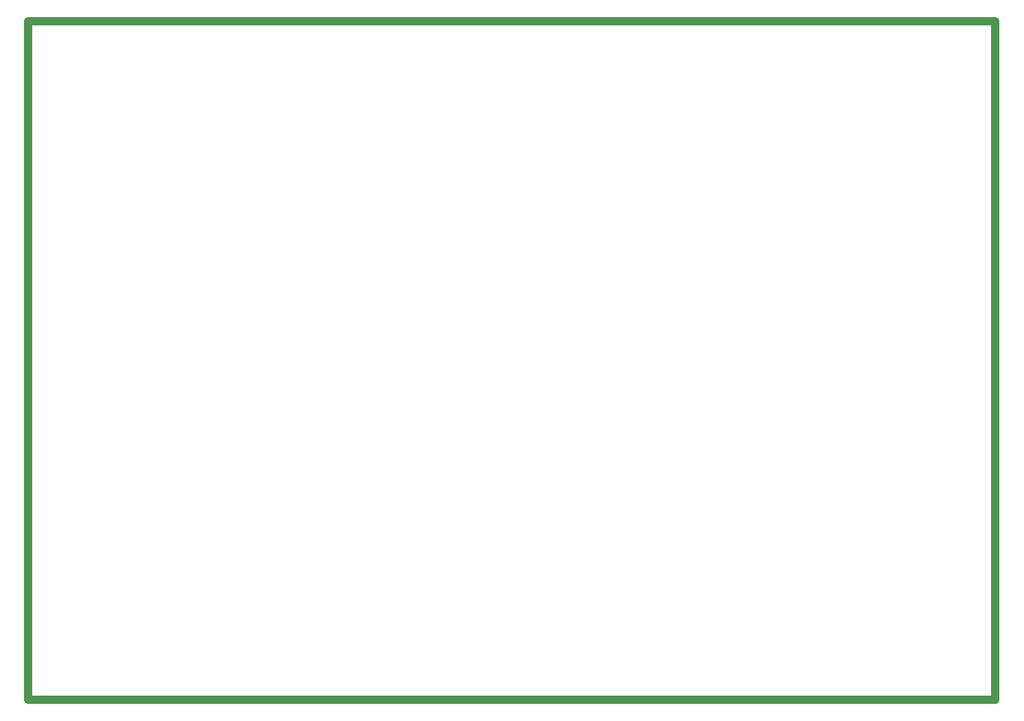
<source format=gko>
G04*
G04  File:            8048_BOARD.GKO, Tue Feb 07 20:34:03 2017*
G04  Source:          P-CAD 2006 PCB, Version 19.02.958*
G04  Format:          Gerber Format (RS-274-D), ASCII*
G04*
G04  Format Options:  Absolute Positioning*
G04                   Leading-Zero Suppression*
G04                   Scale Factor 1:1*
G04                   NO Circular Interpolation*
G04                   Millimeter Units*
G04                   Numeric Format: 4.4 (XXXX.XXXX)*
G04                   G54 NOT Used for Aperture Change*
G04                   Apertures Embedded*
G04*
G04  File Options:    Offset = (0.000mm,0.000mm)*
G04                   Drill Symbol Size = 2.032mm*
G04                   No Pad/Via Holes*
G04*
G04  File Contents:   Pads*
G04                   Vias*
G04                   No Designators*
G04                   No Types*
G04                   No Values*
G04                   No Drill Symbols*
G04                   Board*
G04*
%IN8048_BOARD.GKO*%
%ICAS*%
%MOMM*%
G04*
G04  Aperture MACROs for general use --- invoked via D-code assignment *
G04*
G04  General MACRO for flashed round with rotation and/or offset hole *
%AMROTOFFROUND*
1,1,$1,0.0000,0.0000*
1,0,$2,$3,$4*%
G04*
G04  General MACRO for flashed oval (obround) with rotation and/or offset hole *
%AMROTOFFOVAL*
21,1,$1,$2,0.0000,0.0000,$3*
1,1,$4,$5,$6*
1,1,$4,0-$5,0-$6*
1,0,$7,$8,$9*%
G04*
G04  General MACRO for flashed oval (obround) with rotation and no hole *
%AMROTOVALNOHOLE*
21,1,$1,$2,0.0000,0.0000,$3*
1,1,$4,$5,$6*
1,1,$4,0-$5,0-$6*%
G04*
G04  General MACRO for flashed rectangle with rotation and/or offset hole *
%AMROTOFFRECT*
21,1,$1,$2,0.0000,0.0000,$3*
1,0,$4,$5,$6*%
G04*
G04  General MACRO for flashed rectangle with rotation and no hole *
%AMROTRECTNOHOLE*
21,1,$1,$2,0.0000,0.0000,$3*%
G04*
G04  General MACRO for flashed rounded-rectangle *
%AMROUNDRECT*
21,1,$1,$2-$4,0.0000,0.0000,$3*
21,1,$1-$4,$2,0.0000,0.0000,$3*
1,1,$4,$5,$6*
1,1,$4,$7,$8*
1,1,$4,0-$5,0-$6*
1,1,$4,0-$7,0-$8*
1,0,$9,$10,$11*%
G04*
G04  General MACRO for flashed rounded-rectangle with rotation and no hole *
%AMROUNDRECTNOHOLE*
21,1,$1,$2-$4,0.0000,0.0000,$3*
21,1,$1-$4,$2,0.0000,0.0000,$3*
1,1,$4,$5,$6*
1,1,$4,$7,$8*
1,1,$4,0-$5,0-$6*
1,1,$4,0-$7,0-$8*%
G04*
G04  General MACRO for flashed regular polygon *
%AMREGPOLY*
5,1,$1,0.0000,0.0000,$2,$3+$4*
1,0,$5,$6,$7*%
G04*
G04  General MACRO for flashed regular polygon with no hole *
%AMREGPOLYNOHOLE*
5,1,$1,0.0000,0.0000,$2,$3+$4*%
G04*
G04  General MACRO for target *
%AMTARGET*
6,0,0,$1,$2,$3,4,$4,$5,$6*%
G04*
G04  General MACRO for mounting hole *
%AMMTHOLE*
1,1,$1,0,0*
1,0,$2,0,0*
$1=$1-$2*
$1=$1/2*
21,1,$2+$1,$3,0,0,$4*
21,1,$3,$2+$1,0,0,$4*%
G04*
G04*
G04  D10 : "Ellipse X0.254mm Y0.254mm H0.000mm 0.0deg (0.000mm,0.000mm) Draw"*
G04  Disc: OuterDia=0.2540*
%ADD10C, 0.2540*%
G04  D11 : "Ellipse X0.400mm Y0.400mm H0.000mm 0.0deg (0.000mm,0.000mm) Draw"*
G04  Disc: OuterDia=0.4000*
%ADD11C, 0.4000*%
G04  D12 : "Ellipse X0.500mm Y0.500mm H0.000mm 0.0deg (0.000mm,0.000mm) Draw"*
G04  Disc: OuterDia=0.5000*
%ADD12C, 0.5000*%
G04  D13 : "Ellipse X0.600mm Y0.600mm H0.000mm 0.0deg (0.000mm,0.000mm) Draw"*
G04  Disc: OuterDia=0.6000*
%ADD13C, 0.6000*%
G04  D14 : "Ellipse X0.100mm Y0.100mm H0.000mm 0.0deg (0.000mm,0.000mm) Draw"*
G04  Disc: OuterDia=0.1000*
%ADD14C, 0.1000*%
G04  D15 : "Ellipse X1.000mm Y1.000mm H0.000mm 0.0deg (0.000mm,0.000mm) Draw"*
G04  Disc: OuterDia=1.0000*
%ADD15C, 1.0000*%
G04  D16 : "Ellipse X0.102mm Y0.102mm H0.000mm 0.0deg (0.000mm,0.000mm) Draw"*
G04  Disc: OuterDia=0.1016*
%ADD16C, 0.1016*%
G04  D17 : "Ellipse X0.127mm Y0.127mm H0.000mm 0.0deg (0.000mm,0.000mm) Draw"*
G04  Disc: OuterDia=0.1270*
%ADD17C, 0.1270*%
G04  D18 : "Ellipse X1.500mm Y1.500mm H0.000mm 0.0deg (0.000mm,0.000mm) Draw"*
G04  Disc: OuterDia=1.5000*
%ADD18C, 1.5000*%
G04  D19 : "Ellipse X0.200mm Y0.200mm H0.000mm 0.0deg (0.000mm,0.000mm) Draw"*
G04  Disc: OuterDia=0.2000*
%ADD19C, 0.2000*%
G04  D20 : "Ellipse X2.000mm Y2.000mm H0.000mm 0.0deg (0.000mm,0.000mm) Draw"*
G04  Disc: OuterDia=2.0000*
%ADD20C, 2.0000*%
G04  D21 : "Ellipse X0.250mm Y0.250mm H0.000mm 0.0deg (0.000mm,0.000mm) Draw"*
G04  Disc: OuterDia=0.2500*
%ADD21C, 0.2500*%
G04  D22 : "Ellipse X4.700mm Y4.700mm H0.000mm 0.0deg (0.000mm,0.000mm) Flash"*
G04  Disc: OuterDia=4.7000*
%ADD22C, 4.7000*%
G04  D23 : "Ellipse X5.081mm Y5.081mm H0.000mm 0.0deg (0.000mm,0.000mm) Flash"*
G04  Disc: OuterDia=5.0810*
%ADD23C, 5.0810*%
G04  D24 : "Ellipse X5.200mm Y5.200mm H0.000mm 0.0deg (0.000mm,0.000mm) Flash"*
G04  Disc: OuterDia=5.2000*
%ADD24C, 5.2000*%
G04  D25 : "Ellipse X5.581mm Y5.581mm H0.000mm 0.0deg (0.000mm,0.000mm) Flash"*
G04  Disc: OuterDia=5.5810*
%ADD25C, 5.5810*%
G04  D26 : "Ellipse X1.500mm Y1.500mm H0.000mm 0.0deg (0.000mm,0.000mm) Flash"*
G04  Disc: OuterDia=1.5000*
%ADD26C, 1.5000*%
G04  D27 : "Ellipse X1.600mm Y1.600mm H0.000mm 0.0deg (0.000mm,0.000mm) Flash"*
G04  Disc: OuterDia=1.6000*
%ADD27C, 1.6000*%
G04  D28 : "Ellipse X1.881mm Y1.881mm H0.000mm 0.0deg (0.000mm,0.000mm) Flash"*
G04  Disc: OuterDia=1.8810*
%ADD28C, 1.8810*%
G04  D29 : "Ellipse X1.981mm Y1.981mm H0.000mm 0.0deg (0.000mm,0.000mm) Flash"*
G04  Disc: OuterDia=1.9810*
%ADD29C, 1.9810*%
G04  D30 : "Rounded Rectangle X3.000mm Y2.000mm H0.000mm 0.0deg (0.000mm,0.000mm) Flash"*
G04  RoundRct: DimX=3.0000, DimY=2.0000, CornerRad=0.5000, Rotation=0.0, OffsetX=0.0000, OffsetY=0.0000, HoleDia=0.0000 *
%ADD30ROUNDRECTNOHOLE, 3.0000 X2.0000 X0.0 X1.0000 X-1.0000 X-0.5000 X-1.0000 X0.5000*%
G04  D31 : "Rounded Rectangle X3.381mm Y2.381mm H0.000mm 0.0deg (0.000mm,0.000mm) Flash"*
G04  RoundRct: DimX=3.3810, DimY=2.3810, CornerRad=0.5953, Rotation=0.0, OffsetX=0.0000, OffsetY=0.0000, HoleDia=0.0000 *
%ADD31ROUNDRECTNOHOLE, 3.3810 X2.3810 X0.0 X1.1905 X-1.0953 X-0.5953 X-1.0953 X0.5953*%
G04  D32 : "Rounded Rectangle X1.500mm Y1.900mm H0.000mm 0.0deg (0.000mm,0.000mm) Flash"*
G04  RoundRct: DimX=1.5000, DimY=1.9000, CornerRad=0.3750, Rotation=0.0, OffsetX=0.0000, OffsetY=0.0000, HoleDia=0.0000 *
%ADD32ROUNDRECTNOHOLE, 1.5000 X1.9000 X0.0 X0.7500 X-0.3750 X-0.5750 X-0.3750 X0.5750*%
G04  D33 : "Rounded Rectangle X1.900mm Y1.500mm H0.000mm 0.0deg (0.000mm,0.000mm) Flash"*
G04  RoundRct: DimX=1.9000, DimY=1.5000, CornerRad=0.3750, Rotation=0.0, OffsetX=0.0000, OffsetY=0.0000, HoleDia=0.0000 *
%ADD33ROUNDRECTNOHOLE, 1.9000 X1.5000 X0.0 X0.7500 X-0.5750 X-0.3750 X-0.5750 X0.3750*%
G04  D34 : "Rounded Rectangle X1.700mm Y3.000mm H0.000mm 0.0deg (0.000mm,0.000mm) Flash"*
G04  RoundRct: DimX=1.7000, DimY=3.0000, CornerRad=0.4250, Rotation=0.0, OffsetX=0.0000, OffsetY=0.0000, HoleDia=0.0000 *
%ADD34ROUNDRECTNOHOLE, 1.7000 X3.0000 X0.0 X0.8500 X-0.4250 X-1.0750 X-0.4250 X1.0750*%
G04  D35 : "Rounded Rectangle X3.000mm Y1.700mm H0.000mm 0.0deg (0.000mm,0.000mm) Flash"*
G04  RoundRct: DimX=3.0000, DimY=1.7000, CornerRad=0.4250, Rotation=0.0, OffsetX=0.0000, OffsetY=0.0000, HoleDia=0.0000 *
%ADD35ROUNDRECTNOHOLE, 3.0000 X1.7000 X0.0 X0.8500 X-1.0750 X-0.4250 X-1.0750 X0.4250*%
G04  D36 : "Rounded Rectangle X1.881mm Y2.281mm H0.000mm 0.0deg (0.000mm,0.000mm) Flash"*
G04  RoundRct: DimX=1.8810, DimY=2.2810, CornerRad=0.4703, Rotation=0.0, OffsetX=0.0000, OffsetY=0.0000, HoleDia=0.0000 *
%ADD36ROUNDRECTNOHOLE, 1.8810 X2.2810 X0.0 X0.9405 X-0.4703 X-0.6703 X-0.4703 X0.6703*%
G04  D37 : "Rounded Rectangle X2.281mm Y1.881mm H0.000mm 0.0deg (0.000mm,0.000mm) Flash"*
G04  RoundRct: DimX=2.2810, DimY=1.8810, CornerRad=0.4703, Rotation=0.0, OffsetX=0.0000, OffsetY=0.0000, HoleDia=0.0000 *
%ADD37ROUNDRECTNOHOLE, 2.2810 X1.8810 X0.0 X0.9405 X-0.6703 X-0.4703 X-0.6703 X0.4703*%
G04  D38 : "Rounded Rectangle X2.081mm Y3.381mm H0.000mm 0.0deg (0.000mm,0.000mm) Flash"*
G04  RoundRct: DimX=2.0810, DimY=3.3810, CornerRad=0.5202, Rotation=0.0, OffsetX=0.0000, OffsetY=0.0000, HoleDia=0.0000 *
%ADD38ROUNDRECTNOHOLE, 2.0810 X3.3810 X0.0 X1.0405 X-0.5202 X-1.1703 X-0.5202 X1.1703*%
G04  D39 : "Rounded Rectangle X3.381mm Y2.081mm H0.000mm 0.0deg (0.000mm,0.000mm) Flash"*
G04  RoundRct: DimX=3.3810, DimY=2.0810, CornerRad=0.5202, Rotation=0.0, OffsetX=0.0000, OffsetY=0.0000, HoleDia=0.0000 *
%ADD39ROUNDRECTNOHOLE, 3.3810 X2.0810 X0.0 X1.0405 X-1.1703 X-0.5202 X-1.1703 X0.5202*%
G04  D40 : "Rectangle X1.500mm Y1.500mm H0.000mm 0.0deg (0.000mm,0.000mm) Flash"*
G04  Square: Side=1.5000, Rotation=0.0, OffsetX=0.0000, OffsetY=0.0000, HoleDia=0.0000*
%ADD40R, 1.5000 X1.5000*%
G04  D41 : "Rectangle X1.600mm Y1.600mm H0.000mm 0.0deg (0.000mm,0.000mm) Flash"*
G04  Square: Side=1.6000, Rotation=0.0, OffsetX=0.0000, OffsetY=0.0000, HoleDia=0.0000*
%ADD41R, 1.6000 X1.6000*%
G04  D42 : "Rectangle X1.881mm Y1.881mm H0.000mm 0.0deg (0.000mm,0.000mm) Flash"*
G04  Square: Side=1.8810, Rotation=0.0, OffsetX=0.0000, OffsetY=0.0000, HoleDia=0.0000*
%ADD42R, 1.8810 X1.8810*%
G04  D43 : "Rectangle X1.981mm Y1.981mm H0.000mm 0.0deg (0.000mm,0.000mm) Flash"*
G04  Square: Side=1.9810, Rotation=0.0, OffsetX=0.0000, OffsetY=0.0000, HoleDia=0.0000*
%ADD43R, 1.9810 X1.9810*%
G04  D44 : "Ellipse X4.500mm Y4.500mm H0.000mm 0.0deg (0.000mm,0.000mm) Flash"*
G04  Disc: OuterDia=4.5000*
%ADD44C, 4.5000*%
G04  D45 : "Ellipse X4.881mm Y4.881mm H0.000mm 0.0deg (0.000mm,0.000mm) Flash"*
G04  Disc: OuterDia=4.8810*
%ADD45C, 4.8810*%
G04  D46 : "Ellipse X1.000mm Y1.000mm H0.000mm 0.0deg (0.000mm,0.000mm) Flash"*
G04  Disc: OuterDia=1.0000*
%ADD46C, 1.0000*%
G04  D47 : "Ellipse X1.381mm Y1.381mm H0.000mm 0.0deg (0.000mm,0.000mm) Flash"*
G04  Disc: OuterDia=1.3810*
%ADD47C, 1.3810*%
G04*
%FSLAX44Y44*%
%SFA1B1*%
%OFA0.000B0.000*%
G04*
G71*
G90*
G01*
D2*
%LNBoard*%
D15*
X1803400Y2413000*
Y1574800D1*
X609600Y2413000D2*
Y1574800D1*
X1803400D2*
X609600D1*
X1803400Y2413000D2*
X609600D1*
D2*
D17*
Y1574800D1*
X1803400*
Y2413000*
X609600*
D02M02*

</source>
